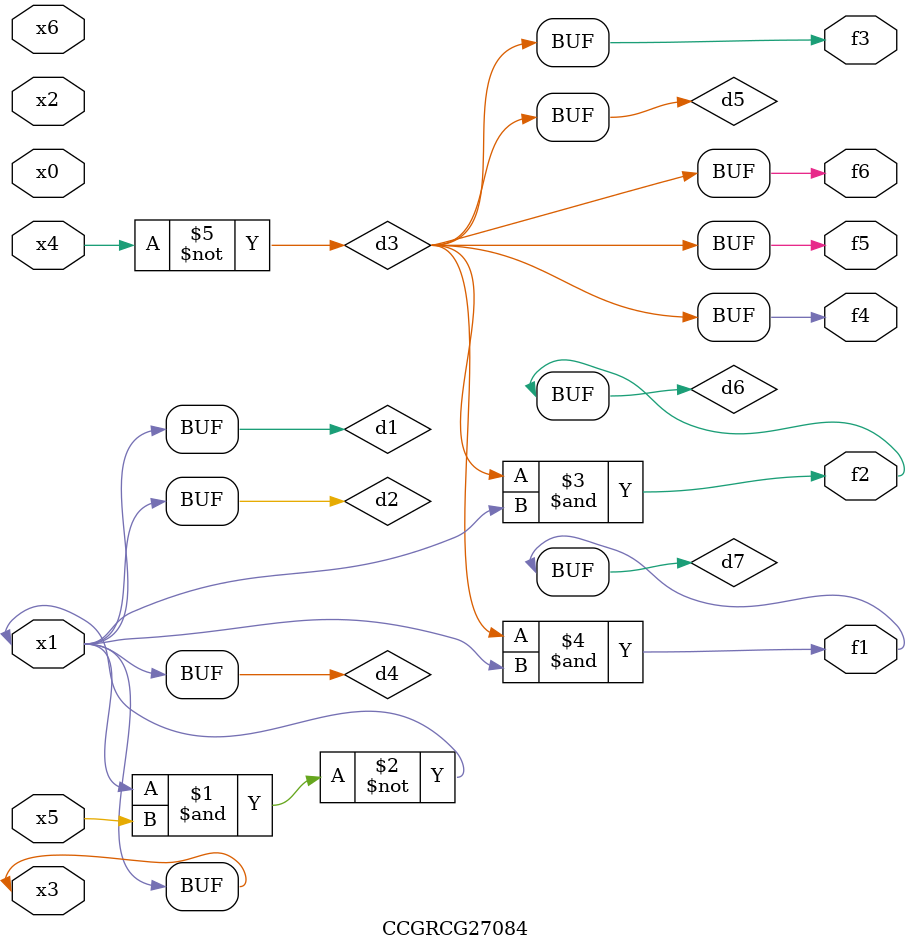
<source format=v>
module CCGRCG27084(
	input x0, x1, x2, x3, x4, x5, x6,
	output f1, f2, f3, f4, f5, f6
);

	wire d1, d2, d3, d4, d5, d6, d7;

	buf (d1, x1, x3);
	nand (d2, x1, x5);
	not (d3, x4);
	buf (d4, d1, d2);
	buf (d5, d3);
	and (d6, d3, d4);
	and (d7, d3, d4);
	assign f1 = d7;
	assign f2 = d6;
	assign f3 = d5;
	assign f4 = d5;
	assign f5 = d5;
	assign f6 = d5;
endmodule

</source>
